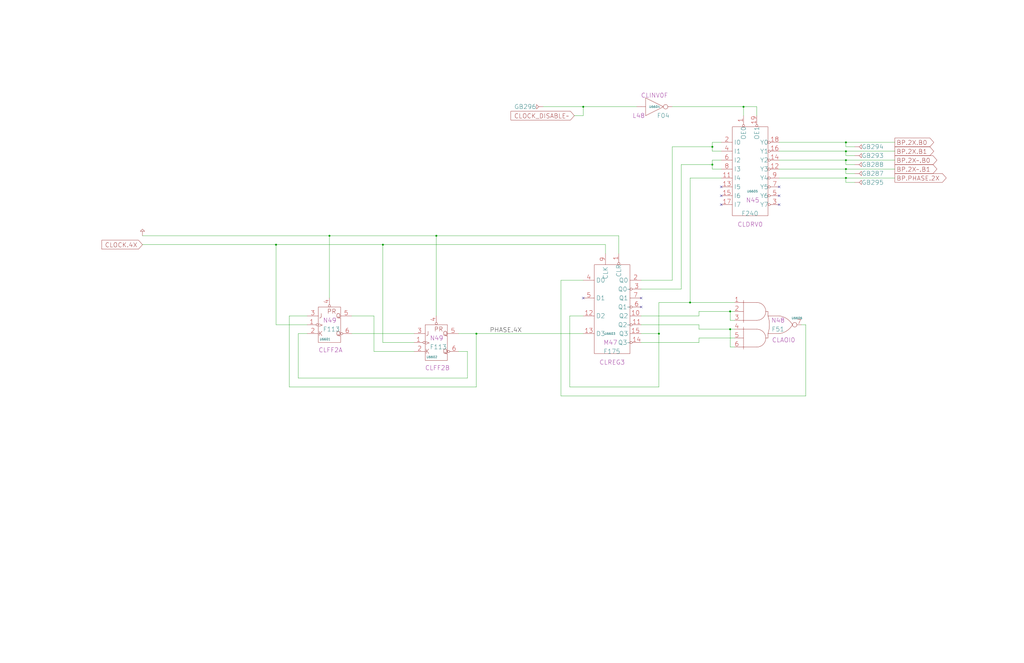
<source format=kicad_sch>
(kicad_sch (version 20250114) (generator "eeschema") (generator_version "9.0")
  (paper "User" 584.2 378.46)
  (title_block (title "CLOCKS\\n2X CLOCK GENERATION") (date "22-SEP-90") (rev "2.0") (comment 1 "IOC") (comment 2 "232-003061") (comment 3 "S400") (comment 4 "RELEASED"))
  (lib_symbols
    (symbol "r1000:F04" (pin_numbers (hide yes)) (pin_names (hide yes))
      (property "Reference" "U" (at 0 0 0))
      (property "Value" "F04" (at 1.27 -5.08 0))
      (property "Location" "___" (at -12.7 -5.08 0))
      (property "Name" "______" (at 0 5.08 0))
      (symbol "F04_0_1"
        (polyline (pts (xy -7.62 0) (xy -5.08 0)) (stroke (width 0.1524)))
        (polyline (pts (xy -5.08 5.08) (xy -5.08 -5.08)) (stroke (width 0.1524)))
        (polyline (pts (xy 5.08 0) (xy -5.08 5.08)) (stroke (width 0.1524)))
        (polyline (pts (xy 5.08 0) (xy -5.08 -5.08)) (stroke (width 0.1524)))
        (circle (center 6.35 0) (radius 1.27) (stroke (width 0.1524)))
      )
      (symbol "F04_1_1"
        (pin input line (at -10.16 0 0) (length 2.54) (name "D0") (number "1"))
        (pin output line (at 10.16 0 180) (length 2.54) (name "Q") (number "2"))
      )
    )
    (symbol "r1000:F113" (pin_names (offset 1.016) (hide yes))
      (property "Reference" "U" (at 0 -10.795 0))
      (property "Value" "F113" (at -1.27 -5.08 0))
      (property "Location" "___" (at -1.27 0 0))
      (property "Name" "______" (at 3.175 -18.415 0))
      (symbol "F113_0_1"
        (rectangle (start -3.81 7.62) (end 8.89 -12.7) (stroke (width 0.1524)))
      )
      (symbol "F113_1_1"
        (circle (center -4.445 -2.54) (radius 0.635))
        (circle (center 2.54 8.255) (radius 0.635))
        (circle (center 9.525 -7.62) (radius 0.635))
        (text "J" (at -2.54 2.54 0) (effects (font (size 2.54 2.54))))
        (text ">" (at -2.54 -2.54 0) (effects (font (size 2.54 2.54))))
        (text "K" (at -2.54 -7.62 0) (effects (font (size 2.54 2.54))))
        (text "P" (at 2.54 5.08 0) (effects (font (size 2.54 2.54))))
        (text "R" (at 5.08 5.08 0) (effects (font (size 2.54 2.54))))
        (text "Q" (at 7.62 2.54 0) (effects (font (size 2.54 2.54))))
        (text "Q" (at 7.62 -7.62 0) (effects (font (size 2.54 2.54))))
        (pin input line (at -10.16 2.54 0) (length 6.35) (name "J") (number "3"))
        (pin input line (at -10.16 -2.54 0) (length 5.08) (name "CLK_") (number "1"))
        (pin input line (at -10.16 -7.62 0) (length 6.35) (name "K") (number "2"))
        (pin input line (at 2.54 12.7 270) (length 3.81) (name "PR_") (number "4"))
        (pin output line (at 15.24 2.54 180) (length 6.35) (name "Q") (number "5"))
        (pin output line (at 15.24 -7.62 180) (length 5.08) (name "Q_") (number "6"))
      )
    )
    (symbol "r1000:F175" (pin_names (offset 1.016))
      (property "Reference" "U" (at 2.54 5.08 0))
      (property "Value" "F175" (at -1.27 -5.08 0))
      (property "Location" "___" (at -1.27 0 0))
      (property "Name" "______" (at 3.81 -12.7 0))
      (symbol "F175_1_1"
        (rectangle (start -6.35 44.45) (end 13.97 -6.35))
        (circle (center 7.62 45.085) (radius 0.635))
        (circle (center 14.605 30.48) (radius 0.635))
        (circle (center 14.605 20.32) (radius 0.635))
        (circle (center 14.605 10.16) (radius 0.635))
        (circle (center 14.605 0) (radius 0.635))
        (pin input line (at -12.7 35.56 0) (length 6.35) (name "D0") (number "4"))
        (pin input line (at -12.7 25.4 0) (length 6.35) (name "D1") (number "5"))
        (pin input line (at -12.7 15.24 0) (length 6.35) (name "D2") (number "12"))
        (pin input line (at -12.7 5.08 0) (length 6.35) (name "D3") (number "13"))
        (pin input line (at 0 50.8 270) (length 6.35) (name "CLK") (number "9"))
        (pin input line (at 7.62 50.8 270) (length 5.08) (name "CLR") (number "1"))
        (pin output line (at 20.32 35.56 180) (length 6.35) (name "Q0") (number "2"))
        (pin output line (at 20.32 30.48 180) (length 5.08) (name "Q0~") (number "3"))
        (pin output line (at 20.32 25.4 180) (length 6.35) (name "Q1") (number "7"))
        (pin output line (at 20.32 20.32 180) (length 5.08) (name "Q1~") (number "6"))
        (pin output line (at 20.32 15.24 180) (length 6.35) (name "Q2") (number "10"))
        (pin output line (at 20.32 10.16 180) (length 5.08) (name "Q2~") (number "11"))
        (pin output line (at 20.32 5.08 180) (length 6.35) (name "Q3") (number "15"))
        (pin output line (at 20.32 0 180) (length 5.08) (name "Q3~") (number "14"))
      )
    )
    (symbol "r1000:F240" (pin_names (offset 1.016))
      (property "Reference" "U" (at 2.54 5.08 0))
      (property "Value" "F240" (at -3.81 -7.62 0))
      (property "Location" "___" (at -1.27 0 0))
      (property "Name" "______" (at 1.27 -15.24 0))
      (symbol "F240_1_1"
        (rectangle (start -8.89 41.91) (end 11.43 -8.89))
        (circle (center -2.54 42.545) (radius 0.635))
        (circle (center 5.08 42.545) (radius 0.635))
        (circle (center 12.065 33.02) (radius 0.635))
        (circle (center 12.065 27.94) (radius 0.635))
        (circle (center 12.065 22.86) (radius 0.635))
        (circle (center 12.065 17.78) (radius 0.635))
        (circle (center 12.065 12.7) (radius 0.635))
        (circle (center 12.065 7.62) (radius 0.635))
        (circle (center 12.065 2.54) (radius 0.635))
        (circle (center 12.065 -2.54) (radius 0.635))
        (pin input line (at -15.24 33.02 0) (length 6.35) (name "I0") (number "2"))
        (pin input line (at -15.24 27.94 0) (length 6.35) (name "I1") (number "4"))
        (pin input line (at -15.24 22.86 0) (length 6.35) (name "I2") (number "6"))
        (pin input line (at -15.24 17.78 0) (length 6.35) (name "I3") (number "8"))
        (pin input line (at -15.24 12.7 0) (length 6.35) (name "I4") (number "11"))
        (pin input line (at -15.24 7.62 0) (length 6.35) (name "I5") (number "13"))
        (pin input line (at -15.24 2.54 0) (length 6.35) (name "I6") (number "15"))
        (pin input line (at -15.24 -2.54 0) (length 6.35) (name "I7") (number "17"))
        (pin input line (at -2.54 48.26 270) (length 5.08) (name "OE0") (number "1"))
        (pin input line (at 5.08 48.26 270) (length 5.08) (name "OE1") (number "19"))
        (pin tri_state line (at 17.78 33.02 180) (length 5.08) (name "Y0") (number "18"))
        (pin tri_state line (at 17.78 27.94 180) (length 5.08) (name "Y1") (number "16"))
        (pin tri_state line (at 17.78 22.86 180) (length 5.08) (name "Y2") (number "14"))
        (pin tri_state line (at 17.78 17.78 180) (length 5.08) (name "Y3") (number "12"))
        (pin tri_state line (at 17.78 12.7 180) (length 5.08) (name "Y4") (number "9"))
        (pin tri_state line (at 17.78 7.62 180) (length 5.08) (name "Y5") (number "7"))
        (pin tri_state line (at 17.78 2.54 180) (length 5.08) (name "Y6") (number "5"))
        (pin tri_state line (at 17.78 -2.54 180) (length 5.08) (name "Y7") (number "3"))
      )
    )
    (symbol "r1000:F51" (pin_names (hide yes))
      (property "Reference" "U" (at 12.7 1.27 0))
      (property "Value" "F51" (at 1.905 -5.08 0))
      (property "Location" "___" (at 1.905 0 0))
      (property "Name" "______" (at 5.08 -12.7 0))
      (symbol "F51_0_0"
        (polyline (pts (xy -20.32 10.16) (xy -17.78 10.16)) (stroke (width 0.1524)))
        (polyline (pts (xy -20.32 5.08) (xy -17.78 5.08)) (stroke (width 0.1524)))
        (polyline (pts (xy -20.32 0) (xy -17.78 0)) (stroke (width 0.1524)))
        (polyline (pts (xy -20.32 -5.08) (xy -17.78 -5.08)) (stroke (width 0.1524)))
        (polyline (pts (xy -20.32 -10.16) (xy -17.78 -10.16)) (stroke (width 0.1524)))
        (polyline (pts (xy -20.32 -15.24) (xy -17.78 -15.24)) (stroke (width 0.1524)))
        (arc (start -3.8173 2.54) (mid -2.9926 -2.54) (end -3.8173 -7.62) (stroke (width 0.1524)))
        (polyline (pts (xy -17.78 11.43) (xy -17.78 -1.27)) (stroke (width 0.1524)))
        (polyline (pts (xy -17.78 -3.81) (xy -17.78 -16.51)) (stroke (width 0.1524)))
        (polyline (pts (xy -10.16 10.16) (xy -17.78 10.16)) (stroke (width 0.1524)))
        (arc (start -10.16 10.16) (mid -6.5679 8.6721) (end -5.08 5.08) (stroke (width 0.1524)))
        (arc (start -5.08 5.08) (mid -6.5679 1.4879) (end -10.16 0) (stroke (width 0.1524)))
        (polyline (pts (xy -10.16 0) (xy -17.78 0)) (stroke (width 0.1524)))
        (polyline (pts (xy -10.16 -5.08) (xy -17.78 -5.08)) (stroke (width 0.1524)))
        (arc (start -10.16 -5.08) (mid -6.5679 -6.5679) (end -5.08 -10.16) (stroke (width 0.1524)))
        (arc (start -5.08 -10.16) (mid -6.5679 -13.7521) (end -10.16 -15.24) (stroke (width 0.1524)))
        (polyline (pts (xy -10.16 -15.24) (xy -17.78 -15.24)) (stroke (width 0.1524)))
        (polyline (pts (xy -5.08 5.08) (xy -3.81 5.08) (xy -3.81 2.54)) (stroke (width 0.1524)))
        (polyline (pts (xy -5.08 -10.16) (xy -3.81 -10.16) (xy -3.81 -7.62)) (stroke (width 0.1524)))
        (polyline (pts (xy -3.81 2.54) (xy 2.54 2.54)) (stroke (width 0.1524)))
        (polyline (pts (xy -3.81 -7.62) (xy 2.54 -7.62)) (stroke (width 0.1524)))
        (arc (start 10.16 -2.54) (mid 6.9504 -5.9807) (end 2.54 -7.62) (stroke (width 0.1524)))
        (arc (start 2.54 2.54) (mid 6.9516 0.9024) (end 10.16 -2.54) (stroke (width 0.1524)))
        (circle (center 11.43 -2.54) (radius 1.27) (stroke (width 0.1524)))
      )
      (symbol "F51_1_1"
        (pin input line (at -22.86 10.16 0) (length 2.54) (name "A1") (number "1"))
        (pin input line (at -22.86 5.08 0) (length 2.54) (name "A2") (number "2"))
        (pin input line (at -22.86 0 0) (length 2.54) (name "A3") (number "3"))
        (pin input line (at -22.86 -5.08 0) (length 2.54) (name "B1") (number "4"))
        (pin input line (at -22.86 -10.16 0) (length 2.54) (name "B2") (number "5"))
        (pin input line (at -22.86 -15.24 0) (length 2.54) (name "B3") (number "6"))
        (pin output line (at 15.24 -2.54 180) (length 2.54) (name "Q") (number "7"))
      )
    )
    (symbol "r1000:GB" (pin_numbers (hide yes)) (pin_names (offset 0) (hide yes))
      (property "Reference" "GB" (at 3.81 0 0))
      (symbol "GB_0_1"
        (polyline (pts (xy 2.54 0) (xy 3.81 1.27) (xy 3.81 -1.27) (xy 2.54 0)) (stroke (width 0.1524)))
      )
      (symbol "GB_1_1"
        (pin bidirectional line (at 0 0 0) (length 2.54) (name "") (number "1"))
      )
    )
    (symbol "r1000:PU" (power) (pin_numbers (hide yes)) (pin_names (hide yes))
      (symbol "PU_0_1"
        (polyline (pts (xy 0 2.54) (xy -1.27 2.54) (xy 0 3.81) (xy 1.27 2.54) (xy 0 2.54)) (stroke (width 0.1524)))
      )
      (symbol "PU_1_1"
        (pin power_in line (at 0 0 90) (length 2.54) (name "PU") (number "1"))
      )
    )
  )
  (junction (at 157.48 139.7))
  (junction (at 482.6 81.28))
  (junction (at 375.92 190.5))
  (junction (at 187.96 134.62))
  (junction (at 248.92 134.62))
  (junction (at 416.56 187.96))
  (junction (at 482.6 96.52))
  (junction (at 332.74 60.96))
  (junction (at 406.4 93.98))
  (junction (at 406.4 83.82))
  (junction (at 416.56 177.8))
  (junction (at 482.6 101.6))
  (junction (at 218.44 139.7))
  (junction (at 482.6 86.36))
  (junction (at 393.7 172.72))
  (junction (at 482.6 91.44))
  (junction (at 271.78 190.5))
  (junction (at 424.18 60.96))
  (no_connect (at 332.74 170.18))
  (no_connect (at 365.76 175.26))
  (no_connect (at 411.48 111.76))
  (no_connect (at 365.76 170.18))
  (no_connect (at 411.48 116.84))
  (no_connect (at 411.48 106.68))
  (no_connect (at 444.5 106.68))
  (no_connect (at 444.5 116.84))
  (no_connect (at 444.5 111.76))
  (wire (pts (xy 383.54 60.96) (xy 424.18 60.96)))
  (wire (pts (xy 200.66 190.5) (xy 236.22 190.5)))
  (wire (pts (xy 444.5 101.6) (xy 482.6 101.6)))
  (wire (pts (xy 345.44 139.7) (xy 345.44 144.78)))
  (wire (pts (xy 482.6 99.06) (xy 482.6 96.52)))
  (wire (pts (xy 444.5 96.52) (xy 482.6 96.52)))
  (wire (pts (xy 332.74 160.02) (xy 320.04 160.02)))
  (wire (pts (xy 406.4 83.82) (xy 406.4 86.36)))
  (wire (pts (xy 332.74 60.96) (xy 363.22 60.96)))
  (wire (pts (xy 375.92 172.72) (xy 375.92 190.5)))
  (wire (pts (xy 353.06 134.62) (xy 353.06 144.78)))
  (wire (pts (xy 416.56 187.96) (xy 419.1 187.96)))
  (wire (pts (xy 271.78 190.5) (xy 271.78 220.98)))
  (wire (pts (xy 375.92 220.98) (xy 375.92 190.5)))
  (wire (pts (xy 365.76 185.42) (xy 398.78 185.42)))
  (wire (pts (xy 170.18 215.9) (xy 170.18 190.5)))
  (wire (pts (xy 419.1 182.88) (xy 416.56 182.88)))
  (wire (pts (xy 487.68 88.9) (xy 482.6 88.9)))
  (wire (pts (xy 482.6 91.44) (xy 510.54 91.44)))
  (wire (pts (xy 398.78 180.34) (xy 398.78 177.8)))
  (wire (pts (xy 482.6 96.52) (xy 510.54 96.52)))
  (wire (pts (xy 424.18 60.96) (xy 424.18 66.04)))
  (wire (pts (xy 388.62 165.1) (xy 388.62 93.98)))
  (wire (pts (xy 398.78 185.42) (xy 398.78 187.96)))
  (wire (pts (xy 487.68 83.82) (xy 482.6 83.82)))
  (wire (pts (xy 81.28 134.62) (xy 187.96 134.62)))
  (wire (pts (xy 487.68 99.06) (xy 482.6 99.06)))
  (wire (pts (xy 388.62 93.98) (xy 406.4 93.98)))
  (wire (pts (xy 411.48 101.6) (xy 393.7 101.6)))
  (wire (pts (xy 325.12 180.34) (xy 325.12 220.98)))
  (wire (pts (xy 81.28 139.7) (xy 157.48 139.7)))
  (wire (pts (xy 309.88 60.96) (xy 332.74 60.96)))
  (wire (pts (xy 487.68 104.14) (xy 482.6 104.14)))
  (wire (pts (xy 393.7 101.6) (xy 393.7 172.72)))
  (wire (pts (xy 365.76 195.58) (xy 398.78 195.58)))
  (wire (pts (xy 416.56 177.8) (xy 419.1 177.8)))
  (wire (pts (xy 406.4 93.98) (xy 406.4 91.44)))
  (wire (pts (xy 261.62 200.66) (xy 266.7 200.66)))
  (wire (pts (xy 213.36 180.34) (xy 213.36 200.66)))
  (wire (pts (xy 170.18 190.5) (xy 175.26 190.5)))
  (wire (pts (xy 261.62 190.5) (xy 271.78 190.5)))
  (wire (pts (xy 213.36 200.66) (xy 236.22 200.66)))
  (wire (pts (xy 406.4 93.98) (xy 406.4 96.52)))
  (wire (pts (xy 365.76 180.34) (xy 398.78 180.34)))
  (wire (pts (xy 165.1 180.34) (xy 175.26 180.34)))
  (wire (pts (xy 444.5 81.28) (xy 482.6 81.28)))
  (wire (pts (xy 393.7 172.72) (xy 375.92 172.72)))
  (wire (pts (xy 218.44 139.7) (xy 157.48 139.7)))
  (wire (pts (xy 416.56 187.96) (xy 416.56 198.12)))
  (wire (pts (xy 406.4 96.52) (xy 411.48 96.52)))
  (wire (pts (xy 325.12 220.98) (xy 375.92 220.98)))
  (wire (pts (xy 157.48 139.7) (xy 157.48 185.42)))
  (wire (pts (xy 218.44 195.58) (xy 218.44 139.7)))
  (wire (pts (xy 320.04 226.06) (xy 459.74 226.06)))
  (wire (pts (xy 444.5 86.36) (xy 482.6 86.36)))
  (wire (pts (xy 157.48 185.42) (xy 175.26 185.42)))
  (wire (pts (xy 482.6 83.82) (xy 482.6 81.28)))
  (wire (pts (xy 416.56 177.8) (xy 416.56 182.88)))
  (wire (pts (xy 271.78 190.5) (xy 332.74 190.5)))
  (wire (pts (xy 482.6 88.9) (xy 482.6 86.36)))
  (wire (pts (xy 424.18 60.96) (xy 431.8 60.96)))
  (wire (pts (xy 365.76 165.1) (xy 388.62 165.1)))
  (wire (pts (xy 332.74 66.04) (xy 332.74 60.96)))
  (wire (pts (xy 398.78 187.96) (xy 416.56 187.96)))
  (wire (pts (xy 406.4 83.82) (xy 406.4 81.28)))
  (wire (pts (xy 398.78 193.04) (xy 398.78 195.58)))
  (wire (pts (xy 487.68 93.98) (xy 482.6 93.98)))
  (wire (pts (xy 431.8 60.96) (xy 431.8 66.04)))
  (wire (pts (xy 459.74 226.06) (xy 459.74 185.42)))
  (wire (pts (xy 200.66 180.34) (xy 213.36 180.34)))
  (wire (pts (xy 218.44 139.7) (xy 345.44 139.7)))
  (wire (pts (xy 236.22 195.58) (xy 218.44 195.58)))
  (wire (pts (xy 271.78 220.98) (xy 165.1 220.98)))
  (wire (pts (xy 266.7 200.66) (xy 266.7 215.9)))
  (wire (pts (xy 459.74 185.42) (xy 457.2 185.42)))
  (wire (pts (xy 365.76 190.5) (xy 375.92 190.5)))
  (wire (pts (xy 248.92 134.62) (xy 353.06 134.62)))
  (wire (pts (xy 383.54 83.82) (xy 406.4 83.82)))
  (wire (pts (xy 482.6 81.28) (xy 510.54 81.28)))
  (wire (pts (xy 406.4 81.28) (xy 411.48 81.28)))
  (wire (pts (xy 383.54 160.02) (xy 383.54 83.82)))
  (wire (pts (xy 398.78 177.8) (xy 416.56 177.8)))
  (wire (pts (xy 482.6 93.98) (xy 482.6 91.44)))
  (wire (pts (xy 419.1 198.12) (xy 416.56 198.12)))
  (wire (pts (xy 266.7 215.9) (xy 170.18 215.9)))
  (wire (pts (xy 444.5 91.44) (xy 482.6 91.44)))
  (wire (pts (xy 165.1 220.98) (xy 165.1 180.34)))
  (wire (pts (xy 187.96 134.62) (xy 248.92 134.62)))
  (wire (pts (xy 248.92 134.62) (xy 248.92 180.34)))
  (wire (pts (xy 327.66 66.04) (xy 332.74 66.04)))
  (wire (pts (xy 187.96 170.18) (xy 187.96 134.62)))
  (wire (pts (xy 482.6 101.6) (xy 510.54 101.6)))
  (wire (pts (xy 406.4 91.44) (xy 411.48 91.44)))
  (wire (pts (xy 365.76 160.02) (xy 383.54 160.02)))
  (wire (pts (xy 419.1 193.04) (xy 398.78 193.04)))
  (wire (pts (xy 482.6 104.14) (xy 482.6 101.6)))
  (wire (pts (xy 393.7 172.72) (xy 419.1 172.72)))
  (wire (pts (xy 406.4 86.36) (xy 411.48 86.36)))
  (wire (pts (xy 332.74 180.34) (xy 325.12 180.34)))
  (wire (pts (xy 320.04 160.02) (xy 320.04 226.06)))
  (wire (pts (xy 482.6 86.36) (xy 510.54 86.36)))
  (label "PHASE.4X" (at 279.4 190.5 0) (effects (font (size 2.54 2.54))))
  (global_label "BP.2X.B1" (shape output) (at 510.54 86.36 0) (effects (font (size 2.54 2.54))) (property "Intersheetrefs" "${INTERSHEET_REFS}" (at 532.6622 86.2013 0) (effects (font (size 1.905 1.905)) (justify left))))
  (global_label "BP.2X.B0" (shape output) (at 510.54 81.28 0) (effects (font (size 2.54 2.54))) (property "Intersheetrefs" "${INTERSHEET_REFS}" (at 532.6622 81.1213 0) (effects (font (size 1.905 1.905)) (justify left))))
  (global_label "CLOCK.4X" (shape input) (at 81.28 139.7 180) (effects (font (size 2.54 2.54))) (property "Intersheetrefs" "${INTERSHEET_REFS}" (at 58.0692 139.5413 0) (effects (font (size 1.905 1.905)) (justify right))))
  (global_label "BP.2X~.B0" (shape output) (at 510.54 91.44 0) (effects (font (size 2.54 2.54))) (property "Intersheetrefs" "${INTERSHEET_REFS}" (at 534.4765 91.2813 0) (effects (font (size 1.905 1.905)) (justify left))))
  (global_label "BP.PHASE.2X" (shape output) (at 510.54 101.6 0) (effects (font (size 2.54 2.54))) (property "Intersheetrefs" "${INTERSHEET_REFS}" (at 539.7984 101.4413 0) (effects (font (size 1.905 1.905)) (justify left))))
  (global_label "BP.2X~.B1" (shape output) (at 510.54 96.52 0) (effects (font (size 2.54 2.54))) (property "Intersheetrefs" "${INTERSHEET_REFS}" (at 534.4765 96.3613 0) (effects (font (size 1.905 1.905)) (justify left))))
  (global_label "CLOCK_DISABLE~" (shape input) (at 327.66 66.04 180) (effects (font (size 2.54 2.54))) (property "Intersheetrefs" "${INTERSHEET_REFS}" (at 291.5073 65.8813 0) (effects (font (size 1.905 1.905)) (justify right))))
  (symbol (lib_id "r1000:F175") (at 345.44 195.58 0) (unit 1)
    (property "Reference" "U6603" (at 347.98 190.5 0))
    (property "Value" "F175" (at 344.17 200.66 0) (effects (font (size 2.54 2.54)) (justify left)))
    (property "Location" "M47" (at 344.17 195.58 0) (effects (font (size 2.54 2.54)) (justify left)))
    (property "Name" "CLREG3" (at 349.25 208.28 0) (effects (font (size 2.54 2.54)) (justify bottom)))
  )
  (symbol (lib_id "r1000:GB") (at 487.68 99.06 0) (unit 1)
    (property "Reference" "GB287" (at 491.49 99.06 0) (effects (font (size 2.54 2.54)) (justify left)))
    (property "Value" "GB" (effects (hide yes)))
  )
  (symbol (lib_id "r1000:F04") (at 373.38 60.96 0) (unit 1)
    (property "Reference" "U6604" (at 373.38 60.96 0))
    (property "Value" "F04" (at 374.65 66.04 0) (effects (font (size 2.54 2.54)) (justify left)))
    (property "Location" "L48" (at 360.68 66.04 0) (effects (font (size 2.54 2.54)) (justify left)))
    (property "Name" "CLINV0F" (at 373.38 55.88 0) (effects (font (size 2.54 2.54)) (justify bottom)))
  )
  (symbol (lib_id "r1000:GB") (at 309.88 60.96 0) (mirror y) (unit 1)
    (property "Reference" "GB296" (at 306.07 60.96 0) (effects (font (size 2.54 2.54)) (justify left)))
    (property "Value" "GB" (effects (hide yes)))
  )
  (symbol (lib_id "r1000:GB") (at 487.68 93.98 0) (unit 1)
    (property "Reference" "GB288" (at 491.49 93.98 0) (effects (font (size 2.54 2.54)) (justify left)))
    (property "Value" "GB" (effects (hide yes)))
  )
  (symbol (lib_id "r1000:F51") (at 441.96 182.88 0) (unit 1)
    (property "Reference" "U6606" (at 454.66 181.61 0))
    (property "Value" "F51" (at 443.865 187.96 0) (effects (font (size 2.54 2.54))))
    (property "Location" "N48" (at 443.865 182.88 0) (effects (font (size 2.54 2.54))))
    (property "Name" "CLAOI0" (at 447.04 195.58 0) (effects (font (size 2.54 2.54)) (justify bottom)))
  )
  (symbol (lib_id "r1000:GB") (at 487.68 104.14 0) (unit 1)
    (property "Reference" "GB295" (at 491.49 104.14 0) (effects (font (size 2.54 2.54)) (justify left)))
    (property "Value" "GB" (effects (hide yes)))
  )
  (symbol (lib_id "r1000:GB") (at 487.68 83.82 0) (unit 1)
    (property "Reference" "GB294" (at 491.49 83.82 0) (effects (font (size 2.54 2.54)) (justify left)))
    (property "Value" "GB" (effects (hide yes)))
  )
  (symbol (lib_id "r1000:GB") (at 487.68 88.9 0) (unit 1)
    (property "Reference" "GB293" (at 491.49 88.9 0) (effects (font (size 2.54 2.54)) (justify left)))
    (property "Value" "GB" (effects (hide yes)))
  )
  (symbol (lib_id "r1000:F113") (at 246.38 193.04 0) (unit 1)
    (property "Reference" "U6602" (at 246.38 203.835 0))
    (property "Value" "F113" (at 245.11 198.12 0) (effects (font (size 2.54 2.54)) (justify left)))
    (property "Location" "N49" (at 245.11 193.04 0) (effects (font (size 2.54 2.54)) (justify left)))
    (property "Name" "CLFF2B" (at 249.555 211.455 0) (effects (font (size 2.54 2.54)) (justify bottom)))
  )
  (symbol (lib_id "r1000:F113") (at 185.42 182.88 0) (unit 1)
    (property "Reference" "U6601" (at 185.42 193.675 0))
    (property "Value" "F113" (at 184.15 187.96 0) (effects (font (size 2.54 2.54)) (justify left)))
    (property "Location" "N49" (at 184.15 182.88 0) (effects (font (size 2.54 2.54)) (justify left)))
    (property "Name" "CLFF2A" (at 188.595 201.295 0) (effects (font (size 2.54 2.54)) (justify bottom)))
  )
  (symbol (lib_id "r1000:PU") (at 81.28 134.62 0) (unit 1)
    (property "Reference" "#PWR0126" (effects (hide yes)))
    (property "Value" "PU" (effects (hide yes)))
  )
  (symbol (lib_id "r1000:F240") (at 426.72 114.3 0) (unit 1)
    (property "Reference" "U6605" (at 429.26 109.22 0))
    (property "Value" "F240" (at 422.91 121.92 0) (effects (font (size 2.54 2.54)) (justify left)))
    (property "Location" "N45" (at 425.45 114.3 0) (effects (font (size 2.54 2.54)) (justify left)))
    (property "Name" "CLDRV0" (at 427.99 129.54 0) (effects (font (size 2.54 2.54)) (justify bottom)))
  )
)
</source>
